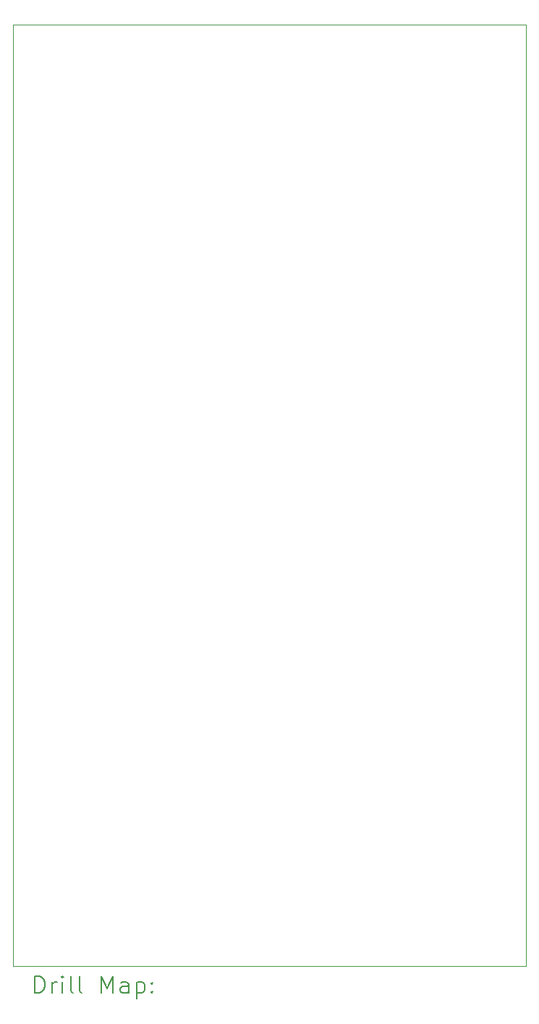
<source format=gbr>
%FSLAX45Y45*%
G04 Gerber Fmt 4.5, Leading zero omitted, Abs format (unit mm)*
G04 Created by KiCad (PCBNEW (6.0.1)) date 2022-02-08 11:35:58*
%MOMM*%
%LPD*%
G01*
G04 APERTURE LIST*
%TA.AperFunction,Profile*%
%ADD10C,0.050000*%
%TD*%
%ADD11C,0.200000*%
G04 APERTURE END LIST*
D10*
X9000000Y-3650000D02*
X9000000Y-14650000D01*
X3000000Y-3650000D02*
X9000000Y-3650000D01*
X3000000Y-3650000D02*
X3000000Y-14650000D01*
X3000000Y-14650000D02*
X9000000Y-14650000D01*
D11*
X3255119Y-14962976D02*
X3255119Y-14762976D01*
X3302738Y-14762976D01*
X3331309Y-14772500D01*
X3350357Y-14791548D01*
X3359881Y-14810595D01*
X3369405Y-14848690D01*
X3369405Y-14877262D01*
X3359881Y-14915357D01*
X3350357Y-14934405D01*
X3331309Y-14953452D01*
X3302738Y-14962976D01*
X3255119Y-14962976D01*
X3455119Y-14962976D02*
X3455119Y-14829643D01*
X3455119Y-14867738D02*
X3464643Y-14848690D01*
X3474167Y-14839167D01*
X3493214Y-14829643D01*
X3512262Y-14829643D01*
X3578928Y-14962976D02*
X3578928Y-14829643D01*
X3578928Y-14762976D02*
X3569405Y-14772500D01*
X3578928Y-14782024D01*
X3588452Y-14772500D01*
X3578928Y-14762976D01*
X3578928Y-14782024D01*
X3702738Y-14962976D02*
X3683690Y-14953452D01*
X3674167Y-14934405D01*
X3674167Y-14762976D01*
X3807500Y-14962976D02*
X3788452Y-14953452D01*
X3778928Y-14934405D01*
X3778928Y-14762976D01*
X4036071Y-14962976D02*
X4036071Y-14762976D01*
X4102738Y-14905833D01*
X4169405Y-14762976D01*
X4169405Y-14962976D01*
X4350357Y-14962976D02*
X4350357Y-14858214D01*
X4340833Y-14839167D01*
X4321786Y-14829643D01*
X4283690Y-14829643D01*
X4264643Y-14839167D01*
X4350357Y-14953452D02*
X4331310Y-14962976D01*
X4283690Y-14962976D01*
X4264643Y-14953452D01*
X4255119Y-14934405D01*
X4255119Y-14915357D01*
X4264643Y-14896309D01*
X4283690Y-14886786D01*
X4331310Y-14886786D01*
X4350357Y-14877262D01*
X4445595Y-14829643D02*
X4445595Y-15029643D01*
X4445595Y-14839167D02*
X4464643Y-14829643D01*
X4502738Y-14829643D01*
X4521786Y-14839167D01*
X4531310Y-14848690D01*
X4540833Y-14867738D01*
X4540833Y-14924881D01*
X4531310Y-14943928D01*
X4521786Y-14953452D01*
X4502738Y-14962976D01*
X4464643Y-14962976D01*
X4445595Y-14953452D01*
X4626548Y-14943928D02*
X4636071Y-14953452D01*
X4626548Y-14962976D01*
X4617024Y-14953452D01*
X4626548Y-14943928D01*
X4626548Y-14962976D01*
X4626548Y-14839167D02*
X4636071Y-14848690D01*
X4626548Y-14858214D01*
X4617024Y-14848690D01*
X4626548Y-14839167D01*
X4626548Y-14858214D01*
M02*

</source>
